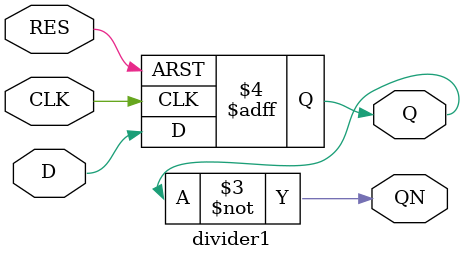
<source format=v>
module divider1(D, CLK, Q, QN, RES);

	input D, CLK, RES;
	output QN, Q;
	reg Q;
	
always @(posedge CLK or posedge RES) begin
	if(RES == 1'b1)
		Q <= 0;
		else
			Q <= D;
			
	end

	assign QN= ~Q;
	
endmodule
</source>
